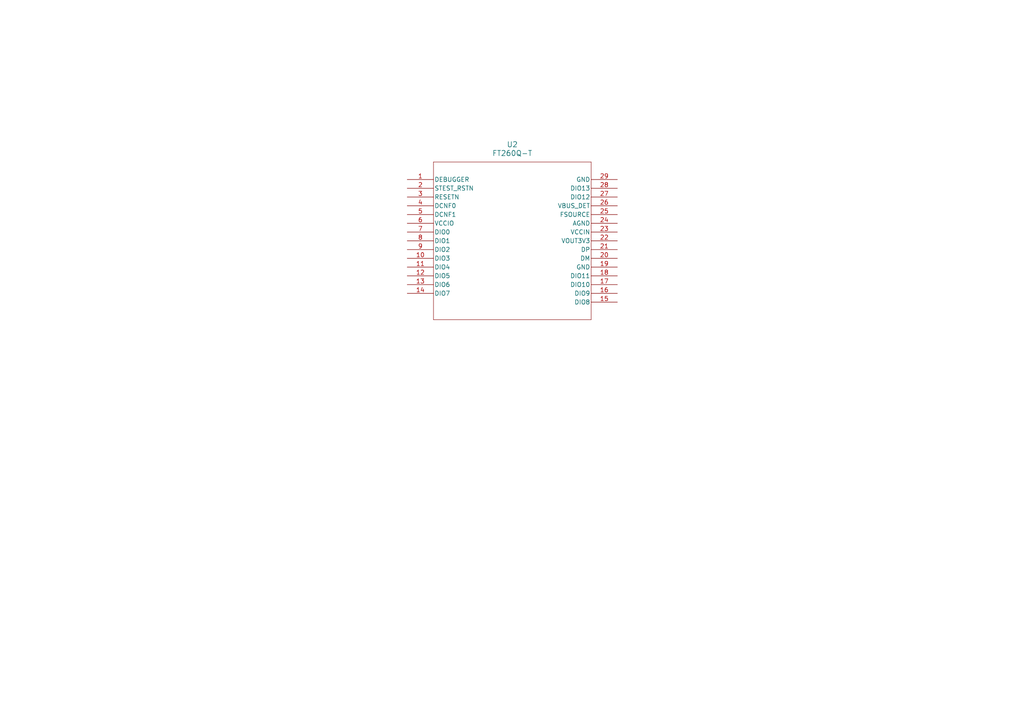
<source format=kicad_sch>
(kicad_sch (version 20250114) (generator "eeschema") (generator_version "9.0")
  (paper "A4")
  (lib_symbols
    (symbol "2025-04-24_18-28-27:FT260Q-T" (pin_names (offset 0.254))
      (property "Reference" "U" (at 30.48 10.16 0))
      (property "Value" "FT260Q-T" (at 30.48 7.62 0))
      (symbol "FT260Q-T_0_1"
        (polyline (pts (xy 7.62 5.08) (xy 7.62 -40.64)) (stroke (width 0.127)))
        (polyline (pts (xy 7.62 -40.64) (xy 53.34 -40.64)) (stroke (width 0.127)))
        (polyline (pts (xy 53.34 5.08) (xy 7.62 5.08)) (stroke (width 0.127)))
        (polyline (pts (xy 53.34 -40.64) (xy 53.34 5.08)) (stroke (width 0.127)))
        (pin bidirectional line (at 0 0 0) (length 7.62) (name "DEBUGGER") (number "1"))
        (pin input line (at 0 -2.54 0) (length 7.62) (name "STEST_RSTN") (number "2"))
        (pin input line (at 0 -5.08 0) (length 7.62) (name "RESETN") (number "3"))
        (pin input line (at 0 -7.62 0) (length 7.62) (name "DCNF0") (number "4"))
        (pin input line (at 0 -10.16 0) (length 7.62) (name "DCNF1") (number "5"))
        (pin power_in line (at 0 -12.7 0) (length 7.62) (name "VCCIO") (number "6"))
        (pin bidirectional line (at 0 -15.24 0) (length 7.62) (name "DIO0") (number "7"))
        (pin bidirectional line (at 0 -17.78 0) (length 7.62) (name "DIO1") (number "8"))
        (pin bidirectional line (at 0 -20.32 0) (length 7.62) (name "DIO2") (number "9"))
        (pin bidirectional line (at 0 -22.86 0) (length 7.62) (name "DIO3") (number "10"))
        (pin bidirectional line (at 0 -25.4 0) (length 7.62) (name "DIO4") (number "11"))
        (pin bidirectional line (at 0 -27.94 0) (length 7.62) (name "DIO5") (number "12"))
        (pin bidirectional line (at 0 -30.48 0) (length 7.62) (name "DIO6") (number "13"))
        (pin bidirectional line (at 0 -33.02 0) (length 7.62) (name "DIO7") (number "14"))
        (pin power_out line (at 60.96 0 180) (length 7.62) (name "GND") (number "29"))
        (pin bidirectional line (at 60.96 -2.54 180) (length 7.62) (name "DIO13") (number "28"))
        (pin bidirectional line (at 60.96 -5.08 180) (length 7.62) (name "DIO12") (number "27"))
        (pin input line (at 60.96 -7.62 180) (length 7.62) (name "VBUS_DET") (number "26"))
        (pin power_in line (at 60.96 -10.16 180) (length 7.62) (name "FSOURCE") (number "25"))
        (pin power_out line (at 60.96 -12.7 180) (length 7.62) (name "AGND") (number "24"))
        (pin power_in line (at 60.96 -15.24 180) (length 7.62) (name "VCCIN") (number "23"))
        (pin power_in line (at 60.96 -17.78 180) (length 7.62) (name "VOUT3V3") (number "22"))
        (pin unspecified line (at 60.96 -20.32 180) (length 7.62) (name "DP") (number "21"))
        (pin unspecified line (at 60.96 -22.86 180) (length 7.62) (name "DM") (number "20"))
        (pin power_out line (at 60.96 -25.4 180) (length 7.62) (name "GND") (number "19"))
        (pin bidirectional line (at 60.96 -27.94 180) (length 7.62) (name "DIO11") (number "18"))
        (pin bidirectional line (at 60.96 -30.48 180) (length 7.62) (name "DIO10") (number "17"))
        (pin bidirectional line (at 60.96 -33.02 180) (length 7.62) (name "DIO9") (number "16"))
        (pin bidirectional line (at 60.96 -35.56 180) (length 7.62) (name "DIO8") (number "15"))
      )
    )
  )
  (symbol (lib_id "2025-04-24_18-28-27:FT260Q-T") (at 118.11 52.07 0) (unit 1)
    (property "Reference" "U2" (at 148.59 41.91 0) (effects (font (size 1.524 1.524))))
    (property "Value" "FT260Q-T" (at 148.59 44.45 0) (effects (font (size 1.524 1.524))))
    (property "Footprint" "WQFN-28_FTD" (effects (hide yes)))
    (property "Datasheet" "FT260Q-T" (effects (hide yes)))
  )
)
</source>
